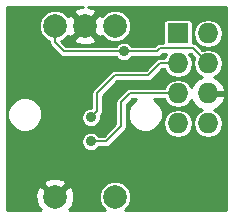
<source format=gbl>
G04 #@! TF.FileFunction,Copper,L2,Bot,Signal*
%FSLAX46Y46*%
G04 Gerber Fmt 4.6, Leading zero omitted, Abs format (unit mm)*
G04 Created by KiCad (PCBNEW 4.0.1-stable) date 2/13/2016 8:52:59 PM*
%MOMM*%
G01*
G04 APERTURE LIST*
%ADD10C,0.150000*%
%ADD11C,2.000000*%
%ADD12R,1.727200X1.727200*%
%ADD13O,1.727200X1.727200*%
%ADD14C,0.889000*%
%ADD15C,0.203200*%
%ADD16C,0.254000*%
G04 APERTURE END LIST*
D10*
D11*
X4572000Y-2152000D03*
X7112000Y-2152000D03*
X9652000Y-2152000D03*
X9652000Y-16652000D03*
X4572000Y-16652000D03*
D12*
X14986000Y-2794000D03*
D13*
X17526000Y-2794000D03*
X14986000Y-5334000D03*
X17526000Y-5334000D03*
X14986000Y-7874000D03*
X17526000Y-7874000D03*
X14986000Y-10414000D03*
X17526000Y-10414000D03*
D14*
X10414000Y-4318000D03*
X7620000Y-9906000D03*
X7620000Y-11938000D03*
X10922000Y-14224000D03*
D15*
X10414000Y-4318000D02*
X5334000Y-4318000D01*
X4572000Y-3556000D02*
X4572000Y-2152000D01*
X5334000Y-4318000D02*
X4572000Y-3556000D01*
X16256000Y-4064000D02*
X17526000Y-5334000D01*
X13462000Y-4064000D02*
X16256000Y-4064000D01*
X13208000Y-4318000D02*
X13462000Y-4064000D01*
X10414000Y-4318000D02*
X13208000Y-4318000D01*
X14986000Y-5334000D02*
X13462000Y-5334000D01*
X9652000Y-6350000D02*
X8128000Y-7874000D01*
X12446000Y-6350000D02*
X9652000Y-6350000D01*
X13462000Y-5334000D02*
X12446000Y-6350000D01*
X8128000Y-9398000D02*
X8128000Y-7874000D01*
X7620000Y-9906000D02*
X8128000Y-9398000D01*
X7620000Y-11938000D02*
X8890000Y-11938000D01*
X10160000Y-10668000D02*
X10160000Y-8636000D01*
X8890000Y-11938000D02*
X10160000Y-10668000D01*
X10922000Y-7874000D02*
X14986000Y-7874000D01*
X10160000Y-8636000D02*
X10922000Y-7874000D01*
D16*
G36*
X6726540Y-530144D02*
X6237736Y-732613D01*
X6139073Y-999468D01*
X7112000Y-1972395D01*
X8084927Y-999468D01*
X7986264Y-732613D01*
X7415859Y-520700D01*
X19037300Y-520700D01*
X19037300Y-17767300D01*
X10489486Y-17767300D01*
X10822072Y-17435295D01*
X11032759Y-16927903D01*
X11033239Y-16378507D01*
X10823437Y-15870749D01*
X10435295Y-15481928D01*
X9927903Y-15271241D01*
X9378507Y-15270761D01*
X8870749Y-15480563D01*
X8481928Y-15868705D01*
X8271241Y-16376097D01*
X8270761Y-16925493D01*
X8480563Y-17433251D01*
X8814029Y-17767300D01*
X5810720Y-17767300D01*
X5838814Y-17739206D01*
X5724534Y-17624926D01*
X5991387Y-17526264D01*
X6217908Y-16916539D01*
X6193856Y-16266540D01*
X5991387Y-15777736D01*
X5724532Y-15679073D01*
X4751605Y-16652000D01*
X4765748Y-16666143D01*
X4586143Y-16845748D01*
X4572000Y-16831605D01*
X4557858Y-16845748D01*
X4378253Y-16666143D01*
X4392395Y-16652000D01*
X3419468Y-15679073D01*
X3152613Y-15777736D01*
X2926092Y-16387461D01*
X2950144Y-17037460D01*
X3152613Y-17526264D01*
X3419466Y-17624926D01*
X3305186Y-17739206D01*
X3333280Y-17767300D01*
X520700Y-17767300D01*
X520700Y-15499468D01*
X3599073Y-15499468D01*
X4572000Y-16472395D01*
X5544927Y-15499468D01*
X5446264Y-15232613D01*
X4836539Y-15006092D01*
X4186540Y-15030144D01*
X3697736Y-15232613D01*
X3599073Y-15499468D01*
X520700Y-15499468D01*
X520700Y-9945297D01*
X530743Y-9945297D01*
X755737Y-10489823D01*
X1171985Y-10906799D01*
X1716118Y-11132743D01*
X2305297Y-11133257D01*
X2849823Y-10908263D01*
X3266799Y-10492015D01*
X3492743Y-9947882D01*
X3493257Y-9358703D01*
X3268263Y-8814177D01*
X2852015Y-8397201D01*
X2307882Y-8171257D01*
X1718703Y-8170743D01*
X1174177Y-8395737D01*
X757201Y-8811985D01*
X531257Y-9356118D01*
X530743Y-9945297D01*
X520700Y-9945297D01*
X520700Y-2425493D01*
X3190761Y-2425493D01*
X3400563Y-2933251D01*
X3788705Y-3322072D01*
X4089400Y-3446931D01*
X4089400Y-3556000D01*
X4126136Y-3740683D01*
X4230750Y-3897250D01*
X4992750Y-4659250D01*
X5149317Y-4763864D01*
X5334000Y-4800601D01*
X5334005Y-4800600D01*
X9729342Y-4800600D01*
X9945781Y-5017417D01*
X10249077Y-5143357D01*
X10577482Y-5143643D01*
X10880998Y-5018233D01*
X11099011Y-4800600D01*
X13208000Y-4800600D01*
X13392683Y-4763864D01*
X13549250Y-4659250D01*
X13661900Y-4546600D01*
X14019635Y-4546600D01*
X13815975Y-4851400D01*
X13462000Y-4851400D01*
X13277317Y-4888136D01*
X13120750Y-4992750D01*
X12246100Y-5867400D01*
X9652000Y-5867400D01*
X9467317Y-5904136D01*
X9310750Y-6008750D01*
X9310748Y-6008753D01*
X7786750Y-7532750D01*
X7682136Y-7689317D01*
X7645400Y-7874000D01*
X7645400Y-9080521D01*
X7456518Y-9080357D01*
X7153002Y-9205767D01*
X6920583Y-9437781D01*
X6794643Y-9741077D01*
X6794357Y-10069482D01*
X6919767Y-10372998D01*
X7151781Y-10605417D01*
X7455077Y-10731357D01*
X7783482Y-10731643D01*
X8086998Y-10606233D01*
X8319417Y-10374219D01*
X8445357Y-10070923D01*
X8445625Y-9762874D01*
X8469247Y-9739252D01*
X8469250Y-9739250D01*
X8573864Y-9582683D01*
X8610600Y-9398000D01*
X8610600Y-8073900D01*
X9851899Y-6832600D01*
X12446000Y-6832600D01*
X12630683Y-6795864D01*
X12787250Y-6691250D01*
X13661900Y-5816600D01*
X13815975Y-5816600D01*
X14081552Y-6214065D01*
X14485329Y-6483860D01*
X14961617Y-6578600D01*
X15010383Y-6578600D01*
X15486671Y-6483860D01*
X15890448Y-6214065D01*
X16160243Y-5810288D01*
X16254983Y-5334000D01*
X16160243Y-4857712D01*
X15952365Y-4546600D01*
X16056100Y-4546600D01*
X16357947Y-4848447D01*
X16351757Y-4857712D01*
X16257017Y-5334000D01*
X16351757Y-5810288D01*
X16621552Y-6214065D01*
X17025329Y-6483860D01*
X17027662Y-6484324D01*
X16637510Y-6667179D01*
X16243312Y-7099053D01*
X16135159Y-7360172D01*
X15890448Y-6993935D01*
X15486671Y-6724140D01*
X15010383Y-6629400D01*
X14961617Y-6629400D01*
X14485329Y-6724140D01*
X14081552Y-6993935D01*
X13815975Y-7391400D01*
X10922005Y-7391400D01*
X10922000Y-7391399D01*
X10737317Y-7428136D01*
X10580750Y-7532750D01*
X9818750Y-8294750D01*
X9714136Y-8451317D01*
X9677400Y-8636000D01*
X9677400Y-10468100D01*
X8690100Y-11455400D01*
X8304658Y-11455400D01*
X8088219Y-11238583D01*
X7784923Y-11112643D01*
X7456518Y-11112357D01*
X7153002Y-11237767D01*
X6920583Y-11469781D01*
X6794643Y-11773077D01*
X6794357Y-12101482D01*
X6919767Y-12404998D01*
X7151781Y-12637417D01*
X7455077Y-12763357D01*
X7783482Y-12763643D01*
X8086998Y-12638233D01*
X8305011Y-12420600D01*
X8890000Y-12420600D01*
X9074683Y-12383864D01*
X9231250Y-12279250D01*
X10501250Y-11009250D01*
X10605864Y-10852683D01*
X10642600Y-10668000D01*
X10642600Y-8835900D01*
X11121900Y-8356600D01*
X11468896Y-8356600D01*
X11374177Y-8395737D01*
X10957201Y-8811985D01*
X10731257Y-9356118D01*
X10730743Y-9945297D01*
X10955737Y-10489823D01*
X11371985Y-10906799D01*
X11916118Y-11132743D01*
X12505297Y-11133257D01*
X13049823Y-10908263D01*
X13466799Y-10492015D01*
X13499193Y-10414000D01*
X13717017Y-10414000D01*
X13811757Y-10890288D01*
X14081552Y-11294065D01*
X14485329Y-11563860D01*
X14961617Y-11658600D01*
X15010383Y-11658600D01*
X15486671Y-11563860D01*
X15890448Y-11294065D01*
X16160243Y-10890288D01*
X16254983Y-10414000D01*
X16160243Y-9937712D01*
X15890448Y-9533935D01*
X15486671Y-9264140D01*
X15010383Y-9169400D01*
X14961617Y-9169400D01*
X14485329Y-9264140D01*
X14081552Y-9533935D01*
X13811757Y-9937712D01*
X13717017Y-10414000D01*
X13499193Y-10414000D01*
X13692743Y-9947882D01*
X13693257Y-9358703D01*
X13468263Y-8814177D01*
X13052015Y-8397201D01*
X12954237Y-8356600D01*
X13815975Y-8356600D01*
X14081552Y-8754065D01*
X14485329Y-9023860D01*
X14961617Y-9118600D01*
X15010383Y-9118600D01*
X15486671Y-9023860D01*
X15890448Y-8754065D01*
X16135159Y-8387828D01*
X16243312Y-8648947D01*
X16637510Y-9080821D01*
X17027662Y-9263676D01*
X17025329Y-9264140D01*
X16621552Y-9533935D01*
X16351757Y-9937712D01*
X16257017Y-10414000D01*
X16351757Y-10890288D01*
X16621552Y-11294065D01*
X17025329Y-11563860D01*
X17501617Y-11658600D01*
X17550383Y-11658600D01*
X18026671Y-11563860D01*
X18430448Y-11294065D01*
X18700243Y-10890288D01*
X18794983Y-10414000D01*
X18700243Y-9937712D01*
X18430448Y-9533935D01*
X18026671Y-9264140D01*
X18024338Y-9263676D01*
X18414490Y-9080821D01*
X18808688Y-8648947D01*
X18980958Y-8233026D01*
X18859817Y-8001000D01*
X17653000Y-8001000D01*
X17653000Y-8021000D01*
X17399000Y-8021000D01*
X17399000Y-8001000D01*
X17379000Y-8001000D01*
X17379000Y-7747000D01*
X17399000Y-7747000D01*
X17399000Y-7727000D01*
X17653000Y-7727000D01*
X17653000Y-7747000D01*
X18859817Y-7747000D01*
X18980958Y-7514974D01*
X18808688Y-7099053D01*
X18414490Y-6667179D01*
X18024338Y-6484324D01*
X18026671Y-6483860D01*
X18430448Y-6214065D01*
X18700243Y-5810288D01*
X18794983Y-5334000D01*
X18700243Y-4857712D01*
X18430448Y-4453935D01*
X18026671Y-4184140D01*
X17550383Y-4089400D01*
X17501617Y-4089400D01*
X17053113Y-4178613D01*
X16597250Y-3722750D01*
X16440683Y-3618136D01*
X16256000Y-3581400D01*
X16238064Y-3581400D01*
X16238064Y-2794000D01*
X16257017Y-2794000D01*
X16351757Y-3270288D01*
X16621552Y-3674065D01*
X17025329Y-3943860D01*
X17501617Y-4038600D01*
X17550383Y-4038600D01*
X18026671Y-3943860D01*
X18430448Y-3674065D01*
X18700243Y-3270288D01*
X18794983Y-2794000D01*
X18700243Y-2317712D01*
X18430448Y-1913935D01*
X18026671Y-1644140D01*
X17550383Y-1549400D01*
X17501617Y-1549400D01*
X17025329Y-1644140D01*
X16621552Y-1913935D01*
X16351757Y-2317712D01*
X16257017Y-2794000D01*
X16238064Y-2794000D01*
X16238064Y-1930400D01*
X16211497Y-1789210D01*
X16128054Y-1659535D01*
X16000734Y-1572541D01*
X15849600Y-1541936D01*
X14122400Y-1541936D01*
X13981210Y-1568503D01*
X13851535Y-1651946D01*
X13764541Y-1779266D01*
X13733936Y-1930400D01*
X13733936Y-3581400D01*
X13462000Y-3581400D01*
X13277317Y-3618136D01*
X13120750Y-3722750D01*
X13008100Y-3835400D01*
X11098658Y-3835400D01*
X10882219Y-3618583D01*
X10578923Y-3492643D01*
X10250518Y-3492357D01*
X9947002Y-3617767D01*
X9728989Y-3835400D01*
X5533900Y-3835400D01*
X5118807Y-3420307D01*
X5353251Y-3323437D01*
X5372189Y-3304532D01*
X6139073Y-3304532D01*
X6237736Y-3571387D01*
X6847461Y-3797908D01*
X7497460Y-3773856D01*
X7986264Y-3571387D01*
X8084927Y-3304532D01*
X7112000Y-2331605D01*
X6139073Y-3304532D01*
X5372189Y-3304532D01*
X5680423Y-2996836D01*
X5692613Y-3026264D01*
X5959468Y-3124927D01*
X6932395Y-2152000D01*
X7291605Y-2152000D01*
X8264532Y-3124927D01*
X8531387Y-3026264D01*
X8542786Y-2995582D01*
X8868705Y-3322072D01*
X9376097Y-3532759D01*
X9925493Y-3533239D01*
X10433251Y-3323437D01*
X10822072Y-2935295D01*
X11032759Y-2427903D01*
X11033239Y-1878507D01*
X10823437Y-1370749D01*
X10435295Y-981928D01*
X9927903Y-771241D01*
X9378507Y-770761D01*
X8870749Y-980563D01*
X8543577Y-1307164D01*
X8531387Y-1277736D01*
X8264532Y-1179073D01*
X7291605Y-2152000D01*
X6932395Y-2152000D01*
X5959468Y-1179073D01*
X5692613Y-1277736D01*
X5681214Y-1308418D01*
X5355295Y-981928D01*
X4847903Y-771241D01*
X4298507Y-770761D01*
X3790749Y-980563D01*
X3401928Y-1368705D01*
X3191241Y-1876097D01*
X3190761Y-2425493D01*
X520700Y-2425493D01*
X520700Y-520700D01*
X6981762Y-520700D01*
X6726540Y-530144D01*
X6726540Y-530144D01*
G37*
X6726540Y-530144D02*
X6237736Y-732613D01*
X6139073Y-999468D01*
X7112000Y-1972395D01*
X8084927Y-999468D01*
X7986264Y-732613D01*
X7415859Y-520700D01*
X19037300Y-520700D01*
X19037300Y-17767300D01*
X10489486Y-17767300D01*
X10822072Y-17435295D01*
X11032759Y-16927903D01*
X11033239Y-16378507D01*
X10823437Y-15870749D01*
X10435295Y-15481928D01*
X9927903Y-15271241D01*
X9378507Y-15270761D01*
X8870749Y-15480563D01*
X8481928Y-15868705D01*
X8271241Y-16376097D01*
X8270761Y-16925493D01*
X8480563Y-17433251D01*
X8814029Y-17767300D01*
X5810720Y-17767300D01*
X5838814Y-17739206D01*
X5724534Y-17624926D01*
X5991387Y-17526264D01*
X6217908Y-16916539D01*
X6193856Y-16266540D01*
X5991387Y-15777736D01*
X5724532Y-15679073D01*
X4751605Y-16652000D01*
X4765748Y-16666143D01*
X4586143Y-16845748D01*
X4572000Y-16831605D01*
X4557858Y-16845748D01*
X4378253Y-16666143D01*
X4392395Y-16652000D01*
X3419468Y-15679073D01*
X3152613Y-15777736D01*
X2926092Y-16387461D01*
X2950144Y-17037460D01*
X3152613Y-17526264D01*
X3419466Y-17624926D01*
X3305186Y-17739206D01*
X3333280Y-17767300D01*
X520700Y-17767300D01*
X520700Y-15499468D01*
X3599073Y-15499468D01*
X4572000Y-16472395D01*
X5544927Y-15499468D01*
X5446264Y-15232613D01*
X4836539Y-15006092D01*
X4186540Y-15030144D01*
X3697736Y-15232613D01*
X3599073Y-15499468D01*
X520700Y-15499468D01*
X520700Y-9945297D01*
X530743Y-9945297D01*
X755737Y-10489823D01*
X1171985Y-10906799D01*
X1716118Y-11132743D01*
X2305297Y-11133257D01*
X2849823Y-10908263D01*
X3266799Y-10492015D01*
X3492743Y-9947882D01*
X3493257Y-9358703D01*
X3268263Y-8814177D01*
X2852015Y-8397201D01*
X2307882Y-8171257D01*
X1718703Y-8170743D01*
X1174177Y-8395737D01*
X757201Y-8811985D01*
X531257Y-9356118D01*
X530743Y-9945297D01*
X520700Y-9945297D01*
X520700Y-2425493D01*
X3190761Y-2425493D01*
X3400563Y-2933251D01*
X3788705Y-3322072D01*
X4089400Y-3446931D01*
X4089400Y-3556000D01*
X4126136Y-3740683D01*
X4230750Y-3897250D01*
X4992750Y-4659250D01*
X5149317Y-4763864D01*
X5334000Y-4800601D01*
X5334005Y-4800600D01*
X9729342Y-4800600D01*
X9945781Y-5017417D01*
X10249077Y-5143357D01*
X10577482Y-5143643D01*
X10880998Y-5018233D01*
X11099011Y-4800600D01*
X13208000Y-4800600D01*
X13392683Y-4763864D01*
X13549250Y-4659250D01*
X13661900Y-4546600D01*
X14019635Y-4546600D01*
X13815975Y-4851400D01*
X13462000Y-4851400D01*
X13277317Y-4888136D01*
X13120750Y-4992750D01*
X12246100Y-5867400D01*
X9652000Y-5867400D01*
X9467317Y-5904136D01*
X9310750Y-6008750D01*
X9310748Y-6008753D01*
X7786750Y-7532750D01*
X7682136Y-7689317D01*
X7645400Y-7874000D01*
X7645400Y-9080521D01*
X7456518Y-9080357D01*
X7153002Y-9205767D01*
X6920583Y-9437781D01*
X6794643Y-9741077D01*
X6794357Y-10069482D01*
X6919767Y-10372998D01*
X7151781Y-10605417D01*
X7455077Y-10731357D01*
X7783482Y-10731643D01*
X8086998Y-10606233D01*
X8319417Y-10374219D01*
X8445357Y-10070923D01*
X8445625Y-9762874D01*
X8469247Y-9739252D01*
X8469250Y-9739250D01*
X8573864Y-9582683D01*
X8610600Y-9398000D01*
X8610600Y-8073900D01*
X9851899Y-6832600D01*
X12446000Y-6832600D01*
X12630683Y-6795864D01*
X12787250Y-6691250D01*
X13661900Y-5816600D01*
X13815975Y-5816600D01*
X14081552Y-6214065D01*
X14485329Y-6483860D01*
X14961617Y-6578600D01*
X15010383Y-6578600D01*
X15486671Y-6483860D01*
X15890448Y-6214065D01*
X16160243Y-5810288D01*
X16254983Y-5334000D01*
X16160243Y-4857712D01*
X15952365Y-4546600D01*
X16056100Y-4546600D01*
X16357947Y-4848447D01*
X16351757Y-4857712D01*
X16257017Y-5334000D01*
X16351757Y-5810288D01*
X16621552Y-6214065D01*
X17025329Y-6483860D01*
X17027662Y-6484324D01*
X16637510Y-6667179D01*
X16243312Y-7099053D01*
X16135159Y-7360172D01*
X15890448Y-6993935D01*
X15486671Y-6724140D01*
X15010383Y-6629400D01*
X14961617Y-6629400D01*
X14485329Y-6724140D01*
X14081552Y-6993935D01*
X13815975Y-7391400D01*
X10922005Y-7391400D01*
X10922000Y-7391399D01*
X10737317Y-7428136D01*
X10580750Y-7532750D01*
X9818750Y-8294750D01*
X9714136Y-8451317D01*
X9677400Y-8636000D01*
X9677400Y-10468100D01*
X8690100Y-11455400D01*
X8304658Y-11455400D01*
X8088219Y-11238583D01*
X7784923Y-11112643D01*
X7456518Y-11112357D01*
X7153002Y-11237767D01*
X6920583Y-11469781D01*
X6794643Y-11773077D01*
X6794357Y-12101482D01*
X6919767Y-12404998D01*
X7151781Y-12637417D01*
X7455077Y-12763357D01*
X7783482Y-12763643D01*
X8086998Y-12638233D01*
X8305011Y-12420600D01*
X8890000Y-12420600D01*
X9074683Y-12383864D01*
X9231250Y-12279250D01*
X10501250Y-11009250D01*
X10605864Y-10852683D01*
X10642600Y-10668000D01*
X10642600Y-8835900D01*
X11121900Y-8356600D01*
X11468896Y-8356600D01*
X11374177Y-8395737D01*
X10957201Y-8811985D01*
X10731257Y-9356118D01*
X10730743Y-9945297D01*
X10955737Y-10489823D01*
X11371985Y-10906799D01*
X11916118Y-11132743D01*
X12505297Y-11133257D01*
X13049823Y-10908263D01*
X13466799Y-10492015D01*
X13499193Y-10414000D01*
X13717017Y-10414000D01*
X13811757Y-10890288D01*
X14081552Y-11294065D01*
X14485329Y-11563860D01*
X14961617Y-11658600D01*
X15010383Y-11658600D01*
X15486671Y-11563860D01*
X15890448Y-11294065D01*
X16160243Y-10890288D01*
X16254983Y-10414000D01*
X16160243Y-9937712D01*
X15890448Y-9533935D01*
X15486671Y-9264140D01*
X15010383Y-9169400D01*
X14961617Y-9169400D01*
X14485329Y-9264140D01*
X14081552Y-9533935D01*
X13811757Y-9937712D01*
X13717017Y-10414000D01*
X13499193Y-10414000D01*
X13692743Y-9947882D01*
X13693257Y-9358703D01*
X13468263Y-8814177D01*
X13052015Y-8397201D01*
X12954237Y-8356600D01*
X13815975Y-8356600D01*
X14081552Y-8754065D01*
X14485329Y-9023860D01*
X14961617Y-9118600D01*
X15010383Y-9118600D01*
X15486671Y-9023860D01*
X15890448Y-8754065D01*
X16135159Y-8387828D01*
X16243312Y-8648947D01*
X16637510Y-9080821D01*
X17027662Y-9263676D01*
X17025329Y-9264140D01*
X16621552Y-9533935D01*
X16351757Y-9937712D01*
X16257017Y-10414000D01*
X16351757Y-10890288D01*
X16621552Y-11294065D01*
X17025329Y-11563860D01*
X17501617Y-11658600D01*
X17550383Y-11658600D01*
X18026671Y-11563860D01*
X18430448Y-11294065D01*
X18700243Y-10890288D01*
X18794983Y-10414000D01*
X18700243Y-9937712D01*
X18430448Y-9533935D01*
X18026671Y-9264140D01*
X18024338Y-9263676D01*
X18414490Y-9080821D01*
X18808688Y-8648947D01*
X18980958Y-8233026D01*
X18859817Y-8001000D01*
X17653000Y-8001000D01*
X17653000Y-8021000D01*
X17399000Y-8021000D01*
X17399000Y-8001000D01*
X17379000Y-8001000D01*
X17379000Y-7747000D01*
X17399000Y-7747000D01*
X17399000Y-7727000D01*
X17653000Y-7727000D01*
X17653000Y-7747000D01*
X18859817Y-7747000D01*
X18980958Y-7514974D01*
X18808688Y-7099053D01*
X18414490Y-6667179D01*
X18024338Y-6484324D01*
X18026671Y-6483860D01*
X18430448Y-6214065D01*
X18700243Y-5810288D01*
X18794983Y-5334000D01*
X18700243Y-4857712D01*
X18430448Y-4453935D01*
X18026671Y-4184140D01*
X17550383Y-4089400D01*
X17501617Y-4089400D01*
X17053113Y-4178613D01*
X16597250Y-3722750D01*
X16440683Y-3618136D01*
X16256000Y-3581400D01*
X16238064Y-3581400D01*
X16238064Y-2794000D01*
X16257017Y-2794000D01*
X16351757Y-3270288D01*
X16621552Y-3674065D01*
X17025329Y-3943860D01*
X17501617Y-4038600D01*
X17550383Y-4038600D01*
X18026671Y-3943860D01*
X18430448Y-3674065D01*
X18700243Y-3270288D01*
X18794983Y-2794000D01*
X18700243Y-2317712D01*
X18430448Y-1913935D01*
X18026671Y-1644140D01*
X17550383Y-1549400D01*
X17501617Y-1549400D01*
X17025329Y-1644140D01*
X16621552Y-1913935D01*
X16351757Y-2317712D01*
X16257017Y-2794000D01*
X16238064Y-2794000D01*
X16238064Y-1930400D01*
X16211497Y-1789210D01*
X16128054Y-1659535D01*
X16000734Y-1572541D01*
X15849600Y-1541936D01*
X14122400Y-1541936D01*
X13981210Y-1568503D01*
X13851535Y-1651946D01*
X13764541Y-1779266D01*
X13733936Y-1930400D01*
X13733936Y-3581400D01*
X13462000Y-3581400D01*
X13277317Y-3618136D01*
X13120750Y-3722750D01*
X13008100Y-3835400D01*
X11098658Y-3835400D01*
X10882219Y-3618583D01*
X10578923Y-3492643D01*
X10250518Y-3492357D01*
X9947002Y-3617767D01*
X9728989Y-3835400D01*
X5533900Y-3835400D01*
X5118807Y-3420307D01*
X5353251Y-3323437D01*
X5372189Y-3304532D01*
X6139073Y-3304532D01*
X6237736Y-3571387D01*
X6847461Y-3797908D01*
X7497460Y-3773856D01*
X7986264Y-3571387D01*
X8084927Y-3304532D01*
X7112000Y-2331605D01*
X6139073Y-3304532D01*
X5372189Y-3304532D01*
X5680423Y-2996836D01*
X5692613Y-3026264D01*
X5959468Y-3124927D01*
X6932395Y-2152000D01*
X7291605Y-2152000D01*
X8264532Y-3124927D01*
X8531387Y-3026264D01*
X8542786Y-2995582D01*
X8868705Y-3322072D01*
X9376097Y-3532759D01*
X9925493Y-3533239D01*
X10433251Y-3323437D01*
X10822072Y-2935295D01*
X11032759Y-2427903D01*
X11033239Y-1878507D01*
X10823437Y-1370749D01*
X10435295Y-981928D01*
X9927903Y-771241D01*
X9378507Y-770761D01*
X8870749Y-980563D01*
X8543577Y-1307164D01*
X8531387Y-1277736D01*
X8264532Y-1179073D01*
X7291605Y-2152000D01*
X6932395Y-2152000D01*
X5959468Y-1179073D01*
X5692613Y-1277736D01*
X5681214Y-1308418D01*
X5355295Y-981928D01*
X4847903Y-771241D01*
X4298507Y-770761D01*
X3790749Y-980563D01*
X3401928Y-1368705D01*
X3191241Y-1876097D01*
X3190761Y-2425493D01*
X520700Y-2425493D01*
X520700Y-520700D01*
X6981762Y-520700D01*
X6726540Y-530144D01*
M02*

</source>
